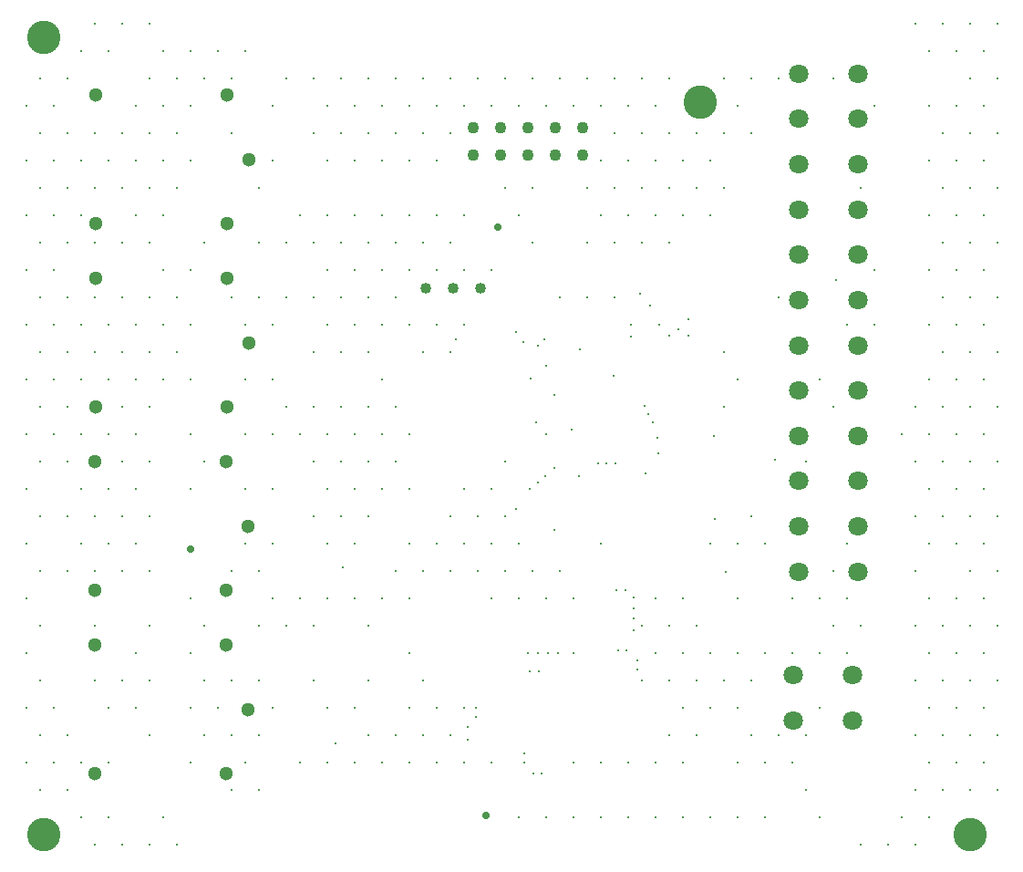
<source format=gbr>
%TF.GenerationSoftware,Altium Limited,Altium Designer,25.3.3 (18)*%
G04 Layer_Color=0*
%FSLAX45Y45*%
%MOMM*%
%TF.SameCoordinates,ACD2DE35-000D-4175-8758-006393140AE5*%
%TF.FilePolarity,Positive*%
%TF.FileFunction,Plated,1,2,PTH,Drill*%
%TF.Part,Single*%
G01*
G75*
%TA.AperFunction,ComponentDrill*%
%ADD80C,1.09000*%
%ADD81C,1.30000*%
%ADD82C,1.80000*%
%ADD83C,1.02000*%
%TA.AperFunction,ViaDrill,NotFilled*%
%ADD84C,0.71120*%
%ADD85C,0.30480*%
%ADD86C,3.10000*%
D80*
X13808000Y9960000D02*
D03*
X13553999D02*
D03*
X13300000D02*
D03*
X13046001D02*
D03*
X12792000D02*
D03*
X13808000Y10214000D02*
D03*
X13553999D02*
D03*
X13300000D02*
D03*
X13046001D02*
D03*
X12792000D02*
D03*
D81*
X10693298Y6515100D02*
D03*
X10493299Y7115099D02*
D03*
Y5915101D02*
D03*
X9273301D02*
D03*
Y7115099D02*
D03*
X10505999Y10518699D02*
D03*
Y9318701D02*
D03*
X9286001D02*
D03*
X10705998Y9918700D02*
D03*
X9286001Y10518699D02*
D03*
X9273301Y5413299D02*
D03*
Y4213301D02*
D03*
X10493299D02*
D03*
Y5413299D02*
D03*
X10693298Y4813300D02*
D03*
X9286001Y8816899D02*
D03*
Y7616901D02*
D03*
X10505999D02*
D03*
Y8816899D02*
D03*
X10705998Y8216900D02*
D03*
D82*
X16361501Y6091499D02*
D03*
X15811501D02*
D03*
Y6511498D02*
D03*
Y6931503D02*
D03*
Y7351502D02*
D03*
Y7771501D02*
D03*
Y8191500D02*
D03*
Y8611499D02*
D03*
Y9031498D02*
D03*
Y9451503D02*
D03*
Y9871502D02*
D03*
Y10291501D02*
D03*
Y10711500D02*
D03*
X16361501Y6511498D02*
D03*
Y7351502D02*
D03*
Y9031498D02*
D03*
Y10711500D02*
D03*
Y10291501D02*
D03*
Y9871502D02*
D03*
Y9451503D02*
D03*
Y8611499D02*
D03*
Y8191500D02*
D03*
Y7771501D02*
D03*
Y6931503D02*
D03*
X16306799Y5131699D02*
D03*
X15756799D02*
D03*
X16306799Y4711700D02*
D03*
X15756799D02*
D03*
D83*
X12344400Y8724900D02*
D03*
X12598400D02*
D03*
X12852400D02*
D03*
D84*
X12910001Y3830000D02*
D03*
X13020000Y9290000D02*
D03*
X10160000Y6300000D02*
D03*
D85*
X12740000Y4650000D02*
D03*
Y4530000D02*
D03*
X17653000Y11176000D02*
D03*
X17525999Y10922000D02*
D03*
X17653000Y10668000D02*
D03*
X17525999Y10414000D02*
D03*
X17653000Y10160000D02*
D03*
X17525999Y9906000D02*
D03*
X17653000Y9652000D02*
D03*
X17525999Y9398000D02*
D03*
X17653000Y9144000D02*
D03*
X17525999Y8890000D02*
D03*
X17653000Y8636000D02*
D03*
X17525999Y8382000D02*
D03*
X17653000Y8128000D02*
D03*
X17525999Y7874000D02*
D03*
X17653000Y7620000D02*
D03*
X17525999Y7366000D02*
D03*
X17653000Y7112000D02*
D03*
X17525999Y6858000D02*
D03*
X17653000Y6604000D02*
D03*
X17525999Y6350000D02*
D03*
X17653000Y6096000D02*
D03*
X17525999Y5842000D02*
D03*
X17653000Y5588000D02*
D03*
X17525999Y5334000D02*
D03*
X17653000Y5080000D02*
D03*
X17525999Y4826000D02*
D03*
X17653000Y4572000D02*
D03*
X17525999Y4318000D02*
D03*
X17653000Y4064000D02*
D03*
X17399001Y11176000D02*
D03*
X17272000Y10922000D02*
D03*
X17399001Y10668000D02*
D03*
X17272000Y10414000D02*
D03*
X17399001Y10160000D02*
D03*
X17272000Y9906000D02*
D03*
X17399001Y9652000D02*
D03*
X17272000Y9398000D02*
D03*
X17399001Y9144000D02*
D03*
X17272000Y8890000D02*
D03*
X17399001Y8636000D02*
D03*
X17272000Y8382000D02*
D03*
X17399001Y8128000D02*
D03*
X17272000Y7874000D02*
D03*
X17399001Y7620000D02*
D03*
X17272000Y7366000D02*
D03*
X17399001Y7112000D02*
D03*
X17272000Y6858000D02*
D03*
X17399001Y6604000D02*
D03*
X17272000Y6350000D02*
D03*
X17399001Y6096000D02*
D03*
X17272000Y5842000D02*
D03*
X17399001Y5588000D02*
D03*
X17272000Y5334000D02*
D03*
X17399001Y5080000D02*
D03*
X17272000Y4826000D02*
D03*
X17399001Y4572000D02*
D03*
X17272000Y4318000D02*
D03*
X17399001Y4064000D02*
D03*
X17145000Y11176000D02*
D03*
X17017999Y10922000D02*
D03*
Y10414000D02*
D03*
X17145000Y10160000D02*
D03*
X17017999Y9906000D02*
D03*
X17145000Y9652000D02*
D03*
X17017999Y9398000D02*
D03*
X17145000Y9144000D02*
D03*
X17017999Y8890000D02*
D03*
X17145000Y8636000D02*
D03*
X17017999Y8382000D02*
D03*
X17145000Y8128000D02*
D03*
X17017999Y7874000D02*
D03*
X17145000Y7620000D02*
D03*
X17017999Y7366000D02*
D03*
X17145000Y7112000D02*
D03*
X17017999Y6858000D02*
D03*
X17145000Y6604000D02*
D03*
X17017999Y6350000D02*
D03*
Y5842000D02*
D03*
X17145000Y5588000D02*
D03*
X17017999Y5334000D02*
D03*
X17145000Y5080000D02*
D03*
X17017999Y4826000D02*
D03*
X17145000Y4572000D02*
D03*
X17017999Y4318000D02*
D03*
X17145000Y4064000D02*
D03*
X17017999Y3810000D02*
D03*
X16891000Y11176000D02*
D03*
Y7620000D02*
D03*
X16764000Y7366000D02*
D03*
X16891000Y7112000D02*
D03*
Y6604000D02*
D03*
Y6096000D02*
D03*
Y5588000D02*
D03*
Y5080000D02*
D03*
Y4572000D02*
D03*
Y4064000D02*
D03*
X16764000Y3810000D02*
D03*
X16891000Y3556000D02*
D03*
X16510001Y10414000D02*
D03*
Y8890000D02*
D03*
Y8382000D02*
D03*
X16637000Y3556000D02*
D03*
X16383000Y9652000D02*
D03*
X16256000Y8382000D02*
D03*
Y6350000D02*
D03*
Y5842000D02*
D03*
X16383000Y5588000D02*
D03*
X16256000Y5334000D02*
D03*
X16383000Y3556000D02*
D03*
X16128999Y10668000D02*
D03*
X16002000Y7874000D02*
D03*
X16128999Y7620000D02*
D03*
Y6096000D02*
D03*
X16002000Y5842000D02*
D03*
X16128999Y5588000D02*
D03*
X16002000Y5334000D02*
D03*
Y4826000D02*
D03*
Y3810000D02*
D03*
X15875000Y7112000D02*
D03*
X15748000Y5842000D02*
D03*
Y5334000D02*
D03*
X15875000Y4572000D02*
D03*
X15748000Y4318000D02*
D03*
X15875000Y4064000D02*
D03*
X15621001Y10668000D02*
D03*
Y8636000D02*
D03*
X15494000Y6350000D02*
D03*
Y5334000D02*
D03*
X15621001Y4572000D02*
D03*
X15494000Y4318000D02*
D03*
Y3810000D02*
D03*
X15367000Y10668000D02*
D03*
X15239999Y10414000D02*
D03*
X15367000Y10160000D02*
D03*
X15239999Y7874000D02*
D03*
X15367000Y6604000D02*
D03*
X15239999Y6350000D02*
D03*
Y5842000D02*
D03*
Y5334000D02*
D03*
X15367000Y5080000D02*
D03*
X15239999Y4826000D02*
D03*
X15367000Y4572000D02*
D03*
X15239999Y4318000D02*
D03*
Y3810000D02*
D03*
X15113000Y10668000D02*
D03*
Y10160000D02*
D03*
X14986000Y9906000D02*
D03*
X15113000Y9652000D02*
D03*
X14986000Y9398000D02*
D03*
X15113000Y8128000D02*
D03*
Y7620000D02*
D03*
X14986000Y6350000D02*
D03*
Y5334000D02*
D03*
X15113000Y5080000D02*
D03*
X14986000Y4826000D02*
D03*
Y3810000D02*
D03*
X14859000Y10160000D02*
D03*
X14732001Y9906000D02*
D03*
X14859000Y9652000D02*
D03*
X14732001Y9398000D02*
D03*
Y5842000D02*
D03*
X14859000Y5588000D02*
D03*
X14732001Y5334000D02*
D03*
X14859000Y5080000D02*
D03*
X14732001Y4826000D02*
D03*
X14859000Y4572000D02*
D03*
X14732001Y4318000D02*
D03*
Y3810000D02*
D03*
X14605000Y10668000D02*
D03*
X14478000Y10414000D02*
D03*
X14605000Y10160000D02*
D03*
X14478000Y9906000D02*
D03*
X14605000Y9652000D02*
D03*
X14478000Y9398000D02*
D03*
X14605000Y9144000D02*
D03*
X14478000Y5842000D02*
D03*
X14605000Y5588000D02*
D03*
X14478000Y5334000D02*
D03*
X14605000Y5080000D02*
D03*
Y4572000D02*
D03*
X14478000Y4318000D02*
D03*
Y3810000D02*
D03*
X14350999Y10668000D02*
D03*
X14224001Y10414000D02*
D03*
X14350999Y10160000D02*
D03*
X14224001Y9906000D02*
D03*
X14350999Y9652000D02*
D03*
X14224001Y9398000D02*
D03*
X14350999Y9144000D02*
D03*
Y5588000D02*
D03*
Y5080000D02*
D03*
X14224001Y4318000D02*
D03*
Y3810000D02*
D03*
X14097000Y10668000D02*
D03*
X13970000Y10414000D02*
D03*
X14097000Y10160000D02*
D03*
X13970000Y9906000D02*
D03*
X14097000Y9652000D02*
D03*
X13970000Y9398000D02*
D03*
X14097000Y9144000D02*
D03*
Y8636000D02*
D03*
X13970000Y6350000D02*
D03*
Y4318000D02*
D03*
Y3810000D02*
D03*
X13842999Y10668000D02*
D03*
X13716000Y10414000D02*
D03*
X13842999Y9652000D02*
D03*
Y9144000D02*
D03*
Y8636000D02*
D03*
X13716000Y5842000D02*
D03*
Y5334000D02*
D03*
Y4318000D02*
D03*
Y3810000D02*
D03*
X13589000Y10668000D02*
D03*
X13462000Y10414000D02*
D03*
X13589000Y8636000D02*
D03*
X13462000Y7366000D02*
D03*
X13589000Y6096000D02*
D03*
X13462000Y5842000D02*
D03*
Y3810000D02*
D03*
X13335001Y10668000D02*
D03*
X13208000Y10414000D02*
D03*
X13335001Y9652000D02*
D03*
X13208000Y9398000D02*
D03*
X13335001Y9144000D02*
D03*
X13208000Y6350000D02*
D03*
X13335001Y6096000D02*
D03*
X13208000Y5842000D02*
D03*
Y3810000D02*
D03*
X13081000Y10668000D02*
D03*
X12953999Y10414000D02*
D03*
X13081000Y9652000D02*
D03*
X12953999Y8890000D02*
D03*
X13081000Y7112000D02*
D03*
X12953999Y6858000D02*
D03*
X13081000Y6604000D02*
D03*
X12953999Y6350000D02*
D03*
X13081000Y6096000D02*
D03*
X12953999Y5842000D02*
D03*
Y4318000D02*
D03*
X12827000Y10668000D02*
D03*
X12700000Y10414000D02*
D03*
Y9398000D02*
D03*
Y8890000D02*
D03*
Y8382000D02*
D03*
Y6858000D02*
D03*
X12827000Y6604000D02*
D03*
X12700000Y6350000D02*
D03*
X12827000Y6096000D02*
D03*
X12700000Y4826000D02*
D03*
Y4318000D02*
D03*
X12573000Y10668000D02*
D03*
X12446000Y10414000D02*
D03*
X12573000Y10160000D02*
D03*
X12446000Y9906000D02*
D03*
Y9398000D02*
D03*
X12573000Y9144000D02*
D03*
X12446000Y8890000D02*
D03*
Y8382000D02*
D03*
X12573000Y8128000D02*
D03*
Y6604000D02*
D03*
X12446000Y6350000D02*
D03*
X12573000Y6096000D02*
D03*
X12446000Y4826000D02*
D03*
X12573000Y4572000D02*
D03*
X12446000Y4318000D02*
D03*
X12319000Y10668000D02*
D03*
X12192000Y10414000D02*
D03*
X12319000Y10160000D02*
D03*
X12192000Y9906000D02*
D03*
Y9398000D02*
D03*
X12319000Y9144000D02*
D03*
X12192000Y8890000D02*
D03*
Y8382000D02*
D03*
X12319000Y8128000D02*
D03*
X12192000Y7366000D02*
D03*
Y6858000D02*
D03*
Y6350000D02*
D03*
X12319000Y6096000D02*
D03*
X12192000Y5842000D02*
D03*
Y5334000D02*
D03*
X12319000Y5080000D02*
D03*
X12192000Y4826000D02*
D03*
X12319000Y4572000D02*
D03*
X12192000Y4318000D02*
D03*
X12065000Y10668000D02*
D03*
X11938000Y10414000D02*
D03*
X12065000Y10160000D02*
D03*
X11938000Y9906000D02*
D03*
Y9398000D02*
D03*
X12065000Y9144000D02*
D03*
X11938000Y8890000D02*
D03*
X12065000Y8636000D02*
D03*
X11938000Y8382000D02*
D03*
Y7874000D02*
D03*
X12065000Y7620000D02*
D03*
X11938000Y7366000D02*
D03*
X12065000Y7112000D02*
D03*
X11938000Y6858000D02*
D03*
X12065000Y6096000D02*
D03*
X11938000Y5842000D02*
D03*
X12065000Y4572000D02*
D03*
X11938000Y4318000D02*
D03*
X11811000Y10668000D02*
D03*
X11684000Y10414000D02*
D03*
X11811000Y10160000D02*
D03*
X11684000Y9906000D02*
D03*
Y9398000D02*
D03*
X11811000Y9144000D02*
D03*
X11684000Y8890000D02*
D03*
X11811000Y8636000D02*
D03*
X11684000Y8382000D02*
D03*
X11811000Y8128000D02*
D03*
Y7620000D02*
D03*
X11684000Y7366000D02*
D03*
X11811000Y7112000D02*
D03*
X11684000Y6858000D02*
D03*
X11811000Y6604000D02*
D03*
X11684000Y6350000D02*
D03*
Y5842000D02*
D03*
X11811000Y5588000D02*
D03*
Y5080000D02*
D03*
X11684000Y4826000D02*
D03*
X11811000Y4572000D02*
D03*
X11684000Y4318000D02*
D03*
X11557000Y10668000D02*
D03*
X11430000Y10414000D02*
D03*
X11557000Y10160000D02*
D03*
X11430000Y9906000D02*
D03*
Y9398000D02*
D03*
X11557000Y9144000D02*
D03*
X11430000Y8890000D02*
D03*
X11557000Y8636000D02*
D03*
X11430000Y8382000D02*
D03*
X11557000Y8128000D02*
D03*
Y7620000D02*
D03*
X11430000Y7366000D02*
D03*
X11557000Y7112000D02*
D03*
X11430000Y6858000D02*
D03*
X11557000Y6604000D02*
D03*
X11430000Y6350000D02*
D03*
Y5842000D02*
D03*
Y4826000D02*
D03*
Y4318000D02*
D03*
X11303000Y10668000D02*
D03*
Y10160000D02*
D03*
X11176000Y9398000D02*
D03*
X11303000Y9144000D02*
D03*
Y8636000D02*
D03*
Y8128000D02*
D03*
Y7620000D02*
D03*
X11176000Y7366000D02*
D03*
X11303000Y7112000D02*
D03*
Y6604000D02*
D03*
X11176000Y5842000D02*
D03*
X11303000Y5588000D02*
D03*
Y5080000D02*
D03*
X11176000Y4318000D02*
D03*
X11049000Y10668000D02*
D03*
X10922000Y10414000D02*
D03*
Y9906000D02*
D03*
X11049000Y9144000D02*
D03*
Y8636000D02*
D03*
X10922000Y8382000D02*
D03*
Y7874000D02*
D03*
X11049000Y7620000D02*
D03*
X10922000Y7366000D02*
D03*
Y6858000D02*
D03*
Y6350000D02*
D03*
Y5842000D02*
D03*
X11049000Y5588000D02*
D03*
X10922000Y4826000D02*
D03*
X10668000Y10922000D02*
D03*
X10795000Y9652000D02*
D03*
Y9144000D02*
D03*
Y8636000D02*
D03*
X10668000Y8382000D02*
D03*
Y7874000D02*
D03*
Y7366000D02*
D03*
Y6858000D02*
D03*
Y6350000D02*
D03*
X10795000Y6096000D02*
D03*
Y5588000D02*
D03*
Y5080000D02*
D03*
Y4572000D02*
D03*
X10668000Y4318000D02*
D03*
X10795000Y4064000D02*
D03*
X10414000Y10922000D02*
D03*
X10541000Y10668000D02*
D03*
Y10160000D02*
D03*
Y8636000D02*
D03*
Y6096000D02*
D03*
Y5080000D02*
D03*
X10414000Y4826000D02*
D03*
X10541000Y4572000D02*
D03*
Y4064000D02*
D03*
X10160000Y10922000D02*
D03*
X10287000Y10668000D02*
D03*
X10160000Y10414000D02*
D03*
Y9906000D02*
D03*
X10287000Y9144000D02*
D03*
X10160000Y8890000D02*
D03*
Y8382000D02*
D03*
Y7874000D02*
D03*
Y7366000D02*
D03*
X10287000Y7112000D02*
D03*
X10160000Y6858000D02*
D03*
Y5842000D02*
D03*
X10287000Y5588000D02*
D03*
X10160000Y5334000D02*
D03*
X10287000Y5080000D02*
D03*
X10160000Y4826000D02*
D03*
X10287000Y4572000D02*
D03*
X10160000Y4318000D02*
D03*
X9906000Y10922000D02*
D03*
X10033000Y10668000D02*
D03*
X9906000Y10414000D02*
D03*
X10033000Y10160000D02*
D03*
X9906000Y9906000D02*
D03*
X10033000Y9652000D02*
D03*
X9906000Y9398000D02*
D03*
Y8890000D02*
D03*
X10033000Y8636000D02*
D03*
X9906000Y8382000D02*
D03*
X10033000Y8128000D02*
D03*
X9906000Y7874000D02*
D03*
Y3810000D02*
D03*
X10033000Y3556000D02*
D03*
X9779000Y11176000D02*
D03*
Y10668000D02*
D03*
X9652000Y10414000D02*
D03*
X9779000Y10160000D02*
D03*
X9652000Y9906000D02*
D03*
X9779000Y9652000D02*
D03*
X9652000Y9398000D02*
D03*
X9779000Y9144000D02*
D03*
Y8636000D02*
D03*
X9652000Y8382000D02*
D03*
X9779000Y8128000D02*
D03*
X9652000Y7874000D02*
D03*
X9779000Y7620000D02*
D03*
X9652000Y7366000D02*
D03*
X9779000Y7112000D02*
D03*
X9652000Y6858000D02*
D03*
X9779000Y6604000D02*
D03*
X9652000Y6350000D02*
D03*
X9779000Y6096000D02*
D03*
Y5588000D02*
D03*
X9652000Y5334000D02*
D03*
X9779000Y5080000D02*
D03*
X9652000Y4826000D02*
D03*
X9779000Y4572000D02*
D03*
Y3556000D02*
D03*
X9525000Y11176000D02*
D03*
X9398000Y10922000D02*
D03*
X9525000Y10160000D02*
D03*
X9398000Y9906000D02*
D03*
X9525000Y9652000D02*
D03*
Y9144000D02*
D03*
Y8636000D02*
D03*
X9398000Y8382000D02*
D03*
X9525000Y8128000D02*
D03*
X9398000Y7874000D02*
D03*
X9525000Y7620000D02*
D03*
X9398000Y7366000D02*
D03*
X9525000Y7112000D02*
D03*
X9398000Y6858000D02*
D03*
X9525000Y6604000D02*
D03*
X9398000Y6350000D02*
D03*
X9525000Y6096000D02*
D03*
Y5080000D02*
D03*
X9398000Y4826000D02*
D03*
Y4318000D02*
D03*
Y3810000D02*
D03*
X9525000Y3556000D02*
D03*
X9271000Y11176000D02*
D03*
X9144000Y10922000D02*
D03*
X9271000Y10160000D02*
D03*
X9144000Y9906000D02*
D03*
X9271000Y9652000D02*
D03*
X9144000Y9398000D02*
D03*
X9271000Y9144000D02*
D03*
Y8636000D02*
D03*
X9144000Y8382000D02*
D03*
X9271000Y8128000D02*
D03*
X9144000Y7874000D02*
D03*
Y7366000D02*
D03*
Y6858000D02*
D03*
X9271000Y6604000D02*
D03*
X9144000Y6350000D02*
D03*
X9271000Y6096000D02*
D03*
Y5588000D02*
D03*
Y5080000D02*
D03*
X9144000Y4318000D02*
D03*
Y3810000D02*
D03*
X9271000Y3556000D02*
D03*
X9017000Y10668000D02*
D03*
X8890000Y10414000D02*
D03*
X9017000Y10160000D02*
D03*
X8890000Y9906000D02*
D03*
X9017000Y9652000D02*
D03*
X8890000Y9398000D02*
D03*
X9017000Y9144000D02*
D03*
X8890000Y8890000D02*
D03*
X9017000Y8636000D02*
D03*
X8890000Y8382000D02*
D03*
X9017000Y8128000D02*
D03*
X8890000Y7874000D02*
D03*
X9017000Y7620000D02*
D03*
X8890000Y7366000D02*
D03*
X9017000Y7112000D02*
D03*
Y6604000D02*
D03*
Y6096000D02*
D03*
X8890000Y4826000D02*
D03*
X9017000Y4572000D02*
D03*
X8890000Y4318000D02*
D03*
X9017000Y4064000D02*
D03*
X8763000Y10668000D02*
D03*
X8636000Y10414000D02*
D03*
X8763000Y10160000D02*
D03*
X8636000Y9906000D02*
D03*
X8763000Y9652000D02*
D03*
X8636000Y9398000D02*
D03*
X8763000Y9144000D02*
D03*
X8636000Y8890000D02*
D03*
X8763000Y8636000D02*
D03*
X8636000Y8382000D02*
D03*
X8763000Y8128000D02*
D03*
X8636000Y7874000D02*
D03*
X8763000Y7620000D02*
D03*
X8636000Y7366000D02*
D03*
X8763000Y7112000D02*
D03*
X8636000Y6858000D02*
D03*
X8763000Y6604000D02*
D03*
X8636000Y6350000D02*
D03*
X8763000Y6096000D02*
D03*
X8636000Y5842000D02*
D03*
X8763000Y5588000D02*
D03*
X8636000Y5334000D02*
D03*
X8763000Y5080000D02*
D03*
X8636000Y4826000D02*
D03*
X8763000Y4572000D02*
D03*
X8636000Y4318000D02*
D03*
X8763000Y4064000D02*
D03*
X14310001Y5180000D02*
D03*
X12810001Y4740000D02*
D03*
X14200000Y5920000D02*
D03*
X14120000D02*
D03*
X14280000Y5850000D02*
D03*
Y5750000D02*
D03*
X13300000Y5330000D02*
D03*
X13389999D02*
D03*
X14211301Y5359400D02*
D03*
X14135100D02*
D03*
X14312900Y5270500D02*
D03*
X13480000Y5330000D02*
D03*
X14276869Y5653569D02*
D03*
X14280000Y5550000D02*
D03*
X14089999Y7910000D02*
D03*
X13470000Y8000000D02*
D03*
X12630000Y8250000D02*
D03*
X13389999Y8190000D02*
D03*
X13448077Y8243904D02*
D03*
X13251180Y8220000D02*
D03*
X13539999Y6480000D02*
D03*
Y7050000D02*
D03*
X13320000Y7880000D02*
D03*
X13780000Y8150000D02*
D03*
X13700000Y7410000D02*
D03*
X14500000Y7330000D02*
D03*
X13370000Y7480000D02*
D03*
X14430000Y8560000D02*
D03*
X14339389Y8669825D02*
D03*
X14249400Y8382000D02*
D03*
Y8270240D02*
D03*
X14516100Y8382000D02*
D03*
X13539999Y7730000D02*
D03*
X14605000Y8280400D02*
D03*
X15030000Y6580000D02*
D03*
X14510001Y7190000D02*
D03*
X15130000Y6090000D02*
D03*
X14389999Y7000000D02*
D03*
X15020000Y7350000D02*
D03*
X16160001Y8800000D02*
D03*
X15589999Y7130000D02*
D03*
X11580000Y6130000D02*
D03*
X11510000Y4500000D02*
D03*
X13460001Y6980000D02*
D03*
X13770000D02*
D03*
X13189999Y6670000D02*
D03*
X13310001Y6860000D02*
D03*
X14109700Y7099300D02*
D03*
X13944600D02*
D03*
X14020799D02*
D03*
X13385800Y6921500D02*
D03*
X14693900Y8343900D02*
D03*
X14782800Y8432800D02*
D03*
Y8280400D02*
D03*
X14414500Y7556500D02*
D03*
X14452600Y7480300D02*
D03*
X14376401Y7632700D02*
D03*
X13423900Y4216400D02*
D03*
X13347701D02*
D03*
X13258800Y4318000D02*
D03*
X13260001Y4400000D02*
D03*
X12810001Y4830000D02*
D03*
X13182600Y8318500D02*
D03*
X13580000Y5330000D02*
D03*
X13398500Y5168900D02*
D03*
X13309599D02*
D03*
D86*
X17400000Y3650000D02*
D03*
X8800000D02*
D03*
Y11050000D02*
D03*
X14900000Y10450000D02*
D03*
%TF.MD5,491a984c27c592353c93abd76b734d08*%
M02*

</source>
